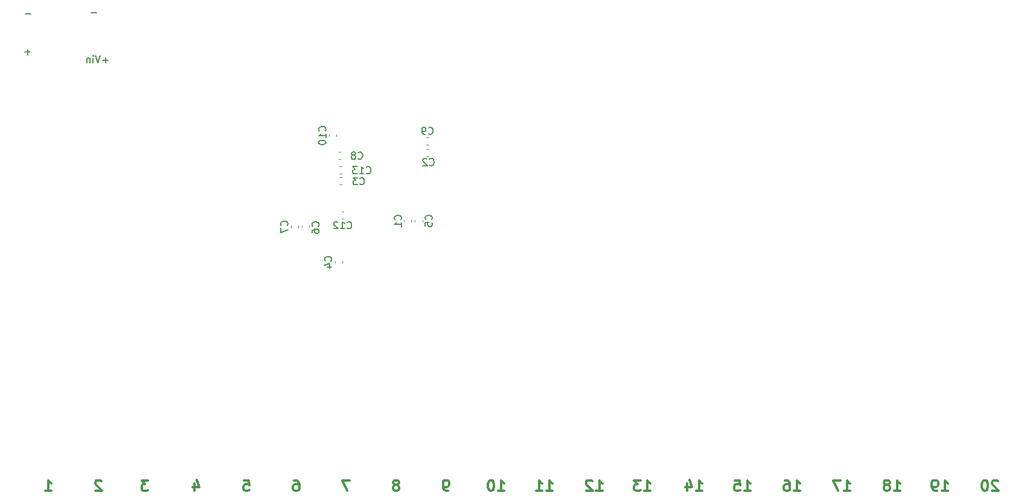
<source format=gbr>
%TF.GenerationSoftware,KiCad,Pcbnew,9.0.2*%
%TF.CreationDate,2025-07-14T16:58:00+03:00*%
%TF.ProjectId,vehicle_io_validator,76656869-636c-4655-9f69-6f5f76616c69,rev?*%
%TF.SameCoordinates,Original*%
%TF.FileFunction,Legend,Bot*%
%TF.FilePolarity,Positive*%
%FSLAX46Y46*%
G04 Gerber Fmt 4.6, Leading zero omitted, Abs format (unit mm)*
G04 Created by KiCad (PCBNEW 9.0.2) date 2025-07-14 16:58:00*
%MOMM*%
%LPD*%
G01*
G04 APERTURE LIST*
%ADD10C,0.300000*%
%ADD11C,0.150000*%
%ADD12C,0.120000*%
G04 APERTURE END LIST*
D10*
X173409774Y-112800828D02*
X174266917Y-112800828D01*
X173838346Y-112800828D02*
X173838346Y-111300828D01*
X173838346Y-111300828D02*
X173981203Y-111515114D01*
X173981203Y-111515114D02*
X174124060Y-111657971D01*
X174124060Y-111657971D02*
X174266917Y-111729400D01*
X172909775Y-111300828D02*
X171909775Y-111300828D01*
X171909775Y-111300828D02*
X172552632Y-112800828D01*
X96302632Y-111300828D02*
X96588346Y-111300828D01*
X96588346Y-111300828D02*
X96731203Y-111372257D01*
X96731203Y-111372257D02*
X96802632Y-111443685D01*
X96802632Y-111443685D02*
X96945489Y-111657971D01*
X96945489Y-111657971D02*
X97016917Y-111943685D01*
X97016917Y-111943685D02*
X97016917Y-112515114D01*
X97016917Y-112515114D02*
X96945489Y-112657971D01*
X96945489Y-112657971D02*
X96874060Y-112729400D01*
X96874060Y-112729400D02*
X96731203Y-112800828D01*
X96731203Y-112800828D02*
X96445489Y-112800828D01*
X96445489Y-112800828D02*
X96302632Y-112729400D01*
X96302632Y-112729400D02*
X96231203Y-112657971D01*
X96231203Y-112657971D02*
X96159774Y-112515114D01*
X96159774Y-112515114D02*
X96159774Y-112157971D01*
X96159774Y-112157971D02*
X96231203Y-112015114D01*
X96231203Y-112015114D02*
X96302632Y-111943685D01*
X96302632Y-111943685D02*
X96445489Y-111872257D01*
X96445489Y-111872257D02*
X96731203Y-111872257D01*
X96731203Y-111872257D02*
X96874060Y-111943685D01*
X96874060Y-111943685D02*
X96945489Y-112015114D01*
X96945489Y-112015114D02*
X97016917Y-112157971D01*
X195016917Y-111443685D02*
X194945489Y-111372257D01*
X194945489Y-111372257D02*
X194802632Y-111300828D01*
X194802632Y-111300828D02*
X194445489Y-111300828D01*
X194445489Y-111300828D02*
X194302632Y-111372257D01*
X194302632Y-111372257D02*
X194231203Y-111443685D01*
X194231203Y-111443685D02*
X194159774Y-111586542D01*
X194159774Y-111586542D02*
X194159774Y-111729400D01*
X194159774Y-111729400D02*
X194231203Y-111943685D01*
X194231203Y-111943685D02*
X195088346Y-112800828D01*
X195088346Y-112800828D02*
X194159774Y-112800828D01*
X193231203Y-111300828D02*
X193088346Y-111300828D01*
X193088346Y-111300828D02*
X192945489Y-111372257D01*
X192945489Y-111372257D02*
X192874061Y-111443685D01*
X192874061Y-111443685D02*
X192802632Y-111586542D01*
X192802632Y-111586542D02*
X192731203Y-111872257D01*
X192731203Y-111872257D02*
X192731203Y-112229400D01*
X192731203Y-112229400D02*
X192802632Y-112515114D01*
X192802632Y-112515114D02*
X192874061Y-112657971D01*
X192874061Y-112657971D02*
X192945489Y-112729400D01*
X192945489Y-112729400D02*
X193088346Y-112800828D01*
X193088346Y-112800828D02*
X193231203Y-112800828D01*
X193231203Y-112800828D02*
X193374061Y-112729400D01*
X193374061Y-112729400D02*
X193445489Y-112657971D01*
X193445489Y-112657971D02*
X193516918Y-112515114D01*
X193516918Y-112515114D02*
X193588346Y-112229400D01*
X193588346Y-112229400D02*
X193588346Y-111872257D01*
X193588346Y-111872257D02*
X193516918Y-111586542D01*
X193516918Y-111586542D02*
X193445489Y-111443685D01*
X193445489Y-111443685D02*
X193374061Y-111372257D01*
X193374061Y-111372257D02*
X193231203Y-111300828D01*
X138659774Y-112800828D02*
X139516917Y-112800828D01*
X139088346Y-112800828D02*
X139088346Y-111300828D01*
X139088346Y-111300828D02*
X139231203Y-111515114D01*
X139231203Y-111515114D02*
X139374060Y-111657971D01*
X139374060Y-111657971D02*
X139516917Y-111729400D01*
X138088346Y-111443685D02*
X138016918Y-111372257D01*
X138016918Y-111372257D02*
X137874061Y-111300828D01*
X137874061Y-111300828D02*
X137516918Y-111300828D01*
X137516918Y-111300828D02*
X137374061Y-111372257D01*
X137374061Y-111372257D02*
X137302632Y-111443685D01*
X137302632Y-111443685D02*
X137231203Y-111586542D01*
X137231203Y-111586542D02*
X137231203Y-111729400D01*
X137231203Y-111729400D02*
X137302632Y-111943685D01*
X137302632Y-111943685D02*
X138159775Y-112800828D01*
X138159775Y-112800828D02*
X137231203Y-112800828D01*
X159409774Y-112800828D02*
X160266917Y-112800828D01*
X159838346Y-112800828D02*
X159838346Y-111300828D01*
X159838346Y-111300828D02*
X159981203Y-111515114D01*
X159981203Y-111515114D02*
X160124060Y-111657971D01*
X160124060Y-111657971D02*
X160266917Y-111729400D01*
X158052632Y-111300828D02*
X158766918Y-111300828D01*
X158766918Y-111300828D02*
X158838346Y-112015114D01*
X158838346Y-112015114D02*
X158766918Y-111943685D01*
X158766918Y-111943685D02*
X158624061Y-111872257D01*
X158624061Y-111872257D02*
X158266918Y-111872257D01*
X158266918Y-111872257D02*
X158124061Y-111943685D01*
X158124061Y-111943685D02*
X158052632Y-112015114D01*
X158052632Y-112015114D02*
X157981203Y-112157971D01*
X157981203Y-112157971D02*
X157981203Y-112515114D01*
X157981203Y-112515114D02*
X158052632Y-112657971D01*
X158052632Y-112657971D02*
X158124061Y-112729400D01*
X158124061Y-112729400D02*
X158266918Y-112800828D01*
X158266918Y-112800828D02*
X158624061Y-112800828D01*
X158624061Y-112800828D02*
X158766918Y-112729400D01*
X158766918Y-112729400D02*
X158838346Y-112657971D01*
X75838346Y-111300828D02*
X74909774Y-111300828D01*
X74909774Y-111300828D02*
X75409774Y-111872257D01*
X75409774Y-111872257D02*
X75195489Y-111872257D01*
X75195489Y-111872257D02*
X75052632Y-111943685D01*
X75052632Y-111943685D02*
X74981203Y-112015114D01*
X74981203Y-112015114D02*
X74909774Y-112157971D01*
X74909774Y-112157971D02*
X74909774Y-112515114D01*
X74909774Y-112515114D02*
X74981203Y-112657971D01*
X74981203Y-112657971D02*
X75052632Y-112729400D01*
X75052632Y-112729400D02*
X75195489Y-112800828D01*
X75195489Y-112800828D02*
X75624060Y-112800828D01*
X75624060Y-112800828D02*
X75766917Y-112729400D01*
X75766917Y-112729400D02*
X75838346Y-112657971D01*
X152659774Y-112800828D02*
X153516917Y-112800828D01*
X153088346Y-112800828D02*
X153088346Y-111300828D01*
X153088346Y-111300828D02*
X153231203Y-111515114D01*
X153231203Y-111515114D02*
X153374060Y-111657971D01*
X153374060Y-111657971D02*
X153516917Y-111729400D01*
X151374061Y-111800828D02*
X151374061Y-112800828D01*
X151731203Y-111229400D02*
X152088346Y-112300828D01*
X152088346Y-112300828D02*
X151159775Y-112300828D01*
X61409774Y-112800828D02*
X62266917Y-112800828D01*
X61838346Y-112800828D02*
X61838346Y-111300828D01*
X61838346Y-111300828D02*
X61981203Y-111515114D01*
X61981203Y-111515114D02*
X62124060Y-111657971D01*
X62124060Y-111657971D02*
X62266917Y-111729400D01*
X180409774Y-112800828D02*
X181266917Y-112800828D01*
X180838346Y-112800828D02*
X180838346Y-111300828D01*
X180838346Y-111300828D02*
X180981203Y-111515114D01*
X180981203Y-111515114D02*
X181124060Y-111657971D01*
X181124060Y-111657971D02*
X181266917Y-111729400D01*
X179552632Y-111943685D02*
X179695489Y-111872257D01*
X179695489Y-111872257D02*
X179766918Y-111800828D01*
X179766918Y-111800828D02*
X179838346Y-111657971D01*
X179838346Y-111657971D02*
X179838346Y-111586542D01*
X179838346Y-111586542D02*
X179766918Y-111443685D01*
X179766918Y-111443685D02*
X179695489Y-111372257D01*
X179695489Y-111372257D02*
X179552632Y-111300828D01*
X179552632Y-111300828D02*
X179266918Y-111300828D01*
X179266918Y-111300828D02*
X179124061Y-111372257D01*
X179124061Y-111372257D02*
X179052632Y-111443685D01*
X179052632Y-111443685D02*
X178981203Y-111586542D01*
X178981203Y-111586542D02*
X178981203Y-111657971D01*
X178981203Y-111657971D02*
X179052632Y-111800828D01*
X179052632Y-111800828D02*
X179124061Y-111872257D01*
X179124061Y-111872257D02*
X179266918Y-111943685D01*
X179266918Y-111943685D02*
X179552632Y-111943685D01*
X179552632Y-111943685D02*
X179695489Y-112015114D01*
X179695489Y-112015114D02*
X179766918Y-112086542D01*
X179766918Y-112086542D02*
X179838346Y-112229400D01*
X179838346Y-112229400D02*
X179838346Y-112515114D01*
X179838346Y-112515114D02*
X179766918Y-112657971D01*
X179766918Y-112657971D02*
X179695489Y-112729400D01*
X179695489Y-112729400D02*
X179552632Y-112800828D01*
X179552632Y-112800828D02*
X179266918Y-112800828D01*
X179266918Y-112800828D02*
X179124061Y-112729400D01*
X179124061Y-112729400D02*
X179052632Y-112657971D01*
X179052632Y-112657971D02*
X178981203Y-112515114D01*
X178981203Y-112515114D02*
X178981203Y-112229400D01*
X178981203Y-112229400D02*
X179052632Y-112086542D01*
X179052632Y-112086542D02*
X179124061Y-112015114D01*
X179124061Y-112015114D02*
X179266918Y-111943685D01*
X117874060Y-112800828D02*
X117588346Y-112800828D01*
X117588346Y-112800828D02*
X117445489Y-112729400D01*
X117445489Y-112729400D02*
X117374060Y-112657971D01*
X117374060Y-112657971D02*
X117231203Y-112443685D01*
X117231203Y-112443685D02*
X117159774Y-112157971D01*
X117159774Y-112157971D02*
X117159774Y-111586542D01*
X117159774Y-111586542D02*
X117231203Y-111443685D01*
X117231203Y-111443685D02*
X117302632Y-111372257D01*
X117302632Y-111372257D02*
X117445489Y-111300828D01*
X117445489Y-111300828D02*
X117731203Y-111300828D01*
X117731203Y-111300828D02*
X117874060Y-111372257D01*
X117874060Y-111372257D02*
X117945489Y-111443685D01*
X117945489Y-111443685D02*
X118016917Y-111586542D01*
X118016917Y-111586542D02*
X118016917Y-111943685D01*
X118016917Y-111943685D02*
X117945489Y-112086542D01*
X117945489Y-112086542D02*
X117874060Y-112157971D01*
X117874060Y-112157971D02*
X117731203Y-112229400D01*
X117731203Y-112229400D02*
X117445489Y-112229400D01*
X117445489Y-112229400D02*
X117302632Y-112157971D01*
X117302632Y-112157971D02*
X117231203Y-112086542D01*
X117231203Y-112086542D02*
X117159774Y-111943685D01*
D11*
X68580951Y-45593866D02*
X67819047Y-45593866D01*
D10*
X82302632Y-111800828D02*
X82302632Y-112800828D01*
X82659774Y-111229400D02*
X83016917Y-112300828D01*
X83016917Y-112300828D02*
X82088346Y-112300828D01*
X89231203Y-111300828D02*
X89945489Y-111300828D01*
X89945489Y-111300828D02*
X90016917Y-112015114D01*
X90016917Y-112015114D02*
X89945489Y-111943685D01*
X89945489Y-111943685D02*
X89802632Y-111872257D01*
X89802632Y-111872257D02*
X89445489Y-111872257D01*
X89445489Y-111872257D02*
X89302632Y-111943685D01*
X89302632Y-111943685D02*
X89231203Y-112015114D01*
X89231203Y-112015114D02*
X89159774Y-112157971D01*
X89159774Y-112157971D02*
X89159774Y-112515114D01*
X89159774Y-112515114D02*
X89231203Y-112657971D01*
X89231203Y-112657971D02*
X89302632Y-112729400D01*
X89302632Y-112729400D02*
X89445489Y-112800828D01*
X89445489Y-112800828D02*
X89802632Y-112800828D01*
X89802632Y-112800828D02*
X89945489Y-112729400D01*
X89945489Y-112729400D02*
X90016917Y-112657971D01*
D11*
X59370951Y-45793866D02*
X58609047Y-45793866D01*
D10*
X131659774Y-112800828D02*
X132516917Y-112800828D01*
X132088346Y-112800828D02*
X132088346Y-111300828D01*
X132088346Y-111300828D02*
X132231203Y-111515114D01*
X132231203Y-111515114D02*
X132374060Y-111657971D01*
X132374060Y-111657971D02*
X132516917Y-111729400D01*
X130231203Y-112800828D02*
X131088346Y-112800828D01*
X130659775Y-112800828D02*
X130659775Y-111300828D01*
X130659775Y-111300828D02*
X130802632Y-111515114D01*
X130802632Y-111515114D02*
X130945489Y-111657971D01*
X130945489Y-111657971D02*
X131088346Y-111729400D01*
X110731203Y-111943685D02*
X110874060Y-111872257D01*
X110874060Y-111872257D02*
X110945489Y-111800828D01*
X110945489Y-111800828D02*
X111016917Y-111657971D01*
X111016917Y-111657971D02*
X111016917Y-111586542D01*
X111016917Y-111586542D02*
X110945489Y-111443685D01*
X110945489Y-111443685D02*
X110874060Y-111372257D01*
X110874060Y-111372257D02*
X110731203Y-111300828D01*
X110731203Y-111300828D02*
X110445489Y-111300828D01*
X110445489Y-111300828D02*
X110302632Y-111372257D01*
X110302632Y-111372257D02*
X110231203Y-111443685D01*
X110231203Y-111443685D02*
X110159774Y-111586542D01*
X110159774Y-111586542D02*
X110159774Y-111657971D01*
X110159774Y-111657971D02*
X110231203Y-111800828D01*
X110231203Y-111800828D02*
X110302632Y-111872257D01*
X110302632Y-111872257D02*
X110445489Y-111943685D01*
X110445489Y-111943685D02*
X110731203Y-111943685D01*
X110731203Y-111943685D02*
X110874060Y-112015114D01*
X110874060Y-112015114D02*
X110945489Y-112086542D01*
X110945489Y-112086542D02*
X111016917Y-112229400D01*
X111016917Y-112229400D02*
X111016917Y-112515114D01*
X111016917Y-112515114D02*
X110945489Y-112657971D01*
X110945489Y-112657971D02*
X110874060Y-112729400D01*
X110874060Y-112729400D02*
X110731203Y-112800828D01*
X110731203Y-112800828D02*
X110445489Y-112800828D01*
X110445489Y-112800828D02*
X110302632Y-112729400D01*
X110302632Y-112729400D02*
X110231203Y-112657971D01*
X110231203Y-112657971D02*
X110159774Y-112515114D01*
X110159774Y-112515114D02*
X110159774Y-112229400D01*
X110159774Y-112229400D02*
X110231203Y-112086542D01*
X110231203Y-112086542D02*
X110302632Y-112015114D01*
X110302632Y-112015114D02*
X110445489Y-111943685D01*
X145409774Y-112800828D02*
X146266917Y-112800828D01*
X145838346Y-112800828D02*
X145838346Y-111300828D01*
X145838346Y-111300828D02*
X145981203Y-111515114D01*
X145981203Y-111515114D02*
X146124060Y-111657971D01*
X146124060Y-111657971D02*
X146266917Y-111729400D01*
X144909775Y-111300828D02*
X143981203Y-111300828D01*
X143981203Y-111300828D02*
X144481203Y-111872257D01*
X144481203Y-111872257D02*
X144266918Y-111872257D01*
X144266918Y-111872257D02*
X144124061Y-111943685D01*
X144124061Y-111943685D02*
X144052632Y-112015114D01*
X144052632Y-112015114D02*
X143981203Y-112157971D01*
X143981203Y-112157971D02*
X143981203Y-112515114D01*
X143981203Y-112515114D02*
X144052632Y-112657971D01*
X144052632Y-112657971D02*
X144124061Y-112729400D01*
X144124061Y-112729400D02*
X144266918Y-112800828D01*
X144266918Y-112800828D02*
X144695489Y-112800828D01*
X144695489Y-112800828D02*
X144838346Y-112729400D01*
X144838346Y-112729400D02*
X144909775Y-112657971D01*
D11*
X59310951Y-51153866D02*
X58549047Y-51153866D01*
X58929999Y-51534819D02*
X58929999Y-50772914D01*
D10*
X104088346Y-111300828D02*
X103088346Y-111300828D01*
X103088346Y-111300828D02*
X103731203Y-112800828D01*
X166409774Y-112800828D02*
X167266917Y-112800828D01*
X166838346Y-112800828D02*
X166838346Y-111300828D01*
X166838346Y-111300828D02*
X166981203Y-111515114D01*
X166981203Y-111515114D02*
X167124060Y-111657971D01*
X167124060Y-111657971D02*
X167266917Y-111729400D01*
X165124061Y-111300828D02*
X165409775Y-111300828D01*
X165409775Y-111300828D02*
X165552632Y-111372257D01*
X165552632Y-111372257D02*
X165624061Y-111443685D01*
X165624061Y-111443685D02*
X165766918Y-111657971D01*
X165766918Y-111657971D02*
X165838346Y-111943685D01*
X165838346Y-111943685D02*
X165838346Y-112515114D01*
X165838346Y-112515114D02*
X165766918Y-112657971D01*
X165766918Y-112657971D02*
X165695489Y-112729400D01*
X165695489Y-112729400D02*
X165552632Y-112800828D01*
X165552632Y-112800828D02*
X165266918Y-112800828D01*
X165266918Y-112800828D02*
X165124061Y-112729400D01*
X165124061Y-112729400D02*
X165052632Y-112657971D01*
X165052632Y-112657971D02*
X164981203Y-112515114D01*
X164981203Y-112515114D02*
X164981203Y-112157971D01*
X164981203Y-112157971D02*
X165052632Y-112015114D01*
X165052632Y-112015114D02*
X165124061Y-111943685D01*
X165124061Y-111943685D02*
X165266918Y-111872257D01*
X165266918Y-111872257D02*
X165552632Y-111872257D01*
X165552632Y-111872257D02*
X165695489Y-111943685D01*
X165695489Y-111943685D02*
X165766918Y-112015114D01*
X165766918Y-112015114D02*
X165838346Y-112157971D01*
X124909774Y-112800828D02*
X125766917Y-112800828D01*
X125338346Y-112800828D02*
X125338346Y-111300828D01*
X125338346Y-111300828D02*
X125481203Y-111515114D01*
X125481203Y-111515114D02*
X125624060Y-111657971D01*
X125624060Y-111657971D02*
X125766917Y-111729400D01*
X123981203Y-111300828D02*
X123838346Y-111300828D01*
X123838346Y-111300828D02*
X123695489Y-111372257D01*
X123695489Y-111372257D02*
X123624061Y-111443685D01*
X123624061Y-111443685D02*
X123552632Y-111586542D01*
X123552632Y-111586542D02*
X123481203Y-111872257D01*
X123481203Y-111872257D02*
X123481203Y-112229400D01*
X123481203Y-112229400D02*
X123552632Y-112515114D01*
X123552632Y-112515114D02*
X123624061Y-112657971D01*
X123624061Y-112657971D02*
X123695489Y-112729400D01*
X123695489Y-112729400D02*
X123838346Y-112800828D01*
X123838346Y-112800828D02*
X123981203Y-112800828D01*
X123981203Y-112800828D02*
X124124061Y-112729400D01*
X124124061Y-112729400D02*
X124195489Y-112657971D01*
X124195489Y-112657971D02*
X124266918Y-112515114D01*
X124266918Y-112515114D02*
X124338346Y-112229400D01*
X124338346Y-112229400D02*
X124338346Y-111872257D01*
X124338346Y-111872257D02*
X124266918Y-111586542D01*
X124266918Y-111586542D02*
X124195489Y-111443685D01*
X124195489Y-111443685D02*
X124124061Y-111372257D01*
X124124061Y-111372257D02*
X123981203Y-111300828D01*
X69266917Y-111443685D02*
X69195489Y-111372257D01*
X69195489Y-111372257D02*
X69052632Y-111300828D01*
X69052632Y-111300828D02*
X68695489Y-111300828D01*
X68695489Y-111300828D02*
X68552632Y-111372257D01*
X68552632Y-111372257D02*
X68481203Y-111443685D01*
X68481203Y-111443685D02*
X68409774Y-111586542D01*
X68409774Y-111586542D02*
X68409774Y-111729400D01*
X68409774Y-111729400D02*
X68481203Y-111943685D01*
X68481203Y-111943685D02*
X69338346Y-112800828D01*
X69338346Y-112800828D02*
X68409774Y-112800828D01*
D11*
X70229999Y-52283866D02*
X69468095Y-52283866D01*
X69849047Y-52664819D02*
X69849047Y-51902914D01*
X69134761Y-51664819D02*
X68801428Y-52664819D01*
X68801428Y-52664819D02*
X68468095Y-51664819D01*
X68134761Y-52664819D02*
X68134761Y-51998152D01*
X68134761Y-51664819D02*
X68182380Y-51712438D01*
X68182380Y-51712438D02*
X68134761Y-51760057D01*
X68134761Y-51760057D02*
X68087142Y-51712438D01*
X68087142Y-51712438D02*
X68134761Y-51664819D01*
X68134761Y-51664819D02*
X68134761Y-51760057D01*
X67658571Y-51998152D02*
X67658571Y-52664819D01*
X67658571Y-52093390D02*
X67610952Y-52045771D01*
X67610952Y-52045771D02*
X67515714Y-51998152D01*
X67515714Y-51998152D02*
X67372857Y-51998152D01*
X67372857Y-51998152D02*
X67277619Y-52045771D01*
X67277619Y-52045771D02*
X67230000Y-52141009D01*
X67230000Y-52141009D02*
X67230000Y-52664819D01*
D10*
X187159774Y-112800828D02*
X188016917Y-112800828D01*
X187588346Y-112800828D02*
X187588346Y-111300828D01*
X187588346Y-111300828D02*
X187731203Y-111515114D01*
X187731203Y-111515114D02*
X187874060Y-111657971D01*
X187874060Y-111657971D02*
X188016917Y-111729400D01*
X186445489Y-112800828D02*
X186159775Y-112800828D01*
X186159775Y-112800828D02*
X186016918Y-112729400D01*
X186016918Y-112729400D02*
X185945489Y-112657971D01*
X185945489Y-112657971D02*
X185802632Y-112443685D01*
X185802632Y-112443685D02*
X185731203Y-112157971D01*
X185731203Y-112157971D02*
X185731203Y-111586542D01*
X185731203Y-111586542D02*
X185802632Y-111443685D01*
X185802632Y-111443685D02*
X185874061Y-111372257D01*
X185874061Y-111372257D02*
X186016918Y-111300828D01*
X186016918Y-111300828D02*
X186302632Y-111300828D01*
X186302632Y-111300828D02*
X186445489Y-111372257D01*
X186445489Y-111372257D02*
X186516918Y-111443685D01*
X186516918Y-111443685D02*
X186588346Y-111586542D01*
X186588346Y-111586542D02*
X186588346Y-111943685D01*
X186588346Y-111943685D02*
X186516918Y-112086542D01*
X186516918Y-112086542D02*
X186445489Y-112157971D01*
X186445489Y-112157971D02*
X186302632Y-112229400D01*
X186302632Y-112229400D02*
X186016918Y-112229400D01*
X186016918Y-112229400D02*
X185874061Y-112157971D01*
X185874061Y-112157971D02*
X185802632Y-112086542D01*
X185802632Y-112086542D02*
X185731203Y-111943685D01*
D11*
X99689580Y-75648913D02*
X99737200Y-75601294D01*
X99737200Y-75601294D02*
X99784819Y-75458437D01*
X99784819Y-75458437D02*
X99784819Y-75363199D01*
X99784819Y-75363199D02*
X99737200Y-75220342D01*
X99737200Y-75220342D02*
X99641961Y-75125104D01*
X99641961Y-75125104D02*
X99546723Y-75077485D01*
X99546723Y-75077485D02*
X99356247Y-75029866D01*
X99356247Y-75029866D02*
X99213390Y-75029866D01*
X99213390Y-75029866D02*
X99022914Y-75077485D01*
X99022914Y-75077485D02*
X98927676Y-75125104D01*
X98927676Y-75125104D02*
X98832438Y-75220342D01*
X98832438Y-75220342D02*
X98784819Y-75363199D01*
X98784819Y-75363199D02*
X98784819Y-75458437D01*
X98784819Y-75458437D02*
X98832438Y-75601294D01*
X98832438Y-75601294D02*
X98880057Y-75648913D01*
X98784819Y-76506056D02*
X98784819Y-76315580D01*
X98784819Y-76315580D02*
X98832438Y-76220342D01*
X98832438Y-76220342D02*
X98880057Y-76172723D01*
X98880057Y-76172723D02*
X99022914Y-76077485D01*
X99022914Y-76077485D02*
X99213390Y-76029866D01*
X99213390Y-76029866D02*
X99594342Y-76029866D01*
X99594342Y-76029866D02*
X99689580Y-76077485D01*
X99689580Y-76077485D02*
X99737200Y-76125104D01*
X99737200Y-76125104D02*
X99784819Y-76220342D01*
X99784819Y-76220342D02*
X99784819Y-76410818D01*
X99784819Y-76410818D02*
X99737200Y-76506056D01*
X99737200Y-76506056D02*
X99689580Y-76553675D01*
X99689580Y-76553675D02*
X99594342Y-76601294D01*
X99594342Y-76601294D02*
X99356247Y-76601294D01*
X99356247Y-76601294D02*
X99261009Y-76553675D01*
X99261009Y-76553675D02*
X99213390Y-76506056D01*
X99213390Y-76506056D02*
X99165771Y-76410818D01*
X99165771Y-76410818D02*
X99165771Y-76220342D01*
X99165771Y-76220342D02*
X99213390Y-76125104D01*
X99213390Y-76125104D02*
X99261009Y-76077485D01*
X99261009Y-76077485D02*
X99356247Y-76029866D01*
X115292246Y-67019580D02*
X115339865Y-67067200D01*
X115339865Y-67067200D02*
X115482722Y-67114819D01*
X115482722Y-67114819D02*
X115577960Y-67114819D01*
X115577960Y-67114819D02*
X115720817Y-67067200D01*
X115720817Y-67067200D02*
X115816055Y-66971961D01*
X115816055Y-66971961D02*
X115863674Y-66876723D01*
X115863674Y-66876723D02*
X115911293Y-66686247D01*
X115911293Y-66686247D02*
X115911293Y-66543390D01*
X115911293Y-66543390D02*
X115863674Y-66352914D01*
X115863674Y-66352914D02*
X115816055Y-66257676D01*
X115816055Y-66257676D02*
X115720817Y-66162438D01*
X115720817Y-66162438D02*
X115577960Y-66114819D01*
X115577960Y-66114819D02*
X115482722Y-66114819D01*
X115482722Y-66114819D02*
X115339865Y-66162438D01*
X115339865Y-66162438D02*
X115292246Y-66210057D01*
X114911293Y-66210057D02*
X114863674Y-66162438D01*
X114863674Y-66162438D02*
X114768436Y-66114819D01*
X114768436Y-66114819D02*
X114530341Y-66114819D01*
X114530341Y-66114819D02*
X114435103Y-66162438D01*
X114435103Y-66162438D02*
X114387484Y-66210057D01*
X114387484Y-66210057D02*
X114339865Y-66305295D01*
X114339865Y-66305295D02*
X114339865Y-66400533D01*
X114339865Y-66400533D02*
X114387484Y-66543390D01*
X114387484Y-66543390D02*
X114958912Y-67114819D01*
X114958912Y-67114819D02*
X114339865Y-67114819D01*
X95319580Y-75518333D02*
X95367200Y-75470714D01*
X95367200Y-75470714D02*
X95414819Y-75327857D01*
X95414819Y-75327857D02*
X95414819Y-75232619D01*
X95414819Y-75232619D02*
X95367200Y-75089762D01*
X95367200Y-75089762D02*
X95271961Y-74994524D01*
X95271961Y-74994524D02*
X95176723Y-74946905D01*
X95176723Y-74946905D02*
X94986247Y-74899286D01*
X94986247Y-74899286D02*
X94843390Y-74899286D01*
X94843390Y-74899286D02*
X94652914Y-74946905D01*
X94652914Y-74946905D02*
X94557676Y-74994524D01*
X94557676Y-74994524D02*
X94462438Y-75089762D01*
X94462438Y-75089762D02*
X94414819Y-75232619D01*
X94414819Y-75232619D02*
X94414819Y-75327857D01*
X94414819Y-75327857D02*
X94462438Y-75470714D01*
X94462438Y-75470714D02*
X94510057Y-75518333D01*
X94414819Y-75851667D02*
X94414819Y-76518333D01*
X94414819Y-76518333D02*
X95414819Y-76089762D01*
X115559580Y-74703333D02*
X115607200Y-74655714D01*
X115607200Y-74655714D02*
X115654819Y-74512857D01*
X115654819Y-74512857D02*
X115654819Y-74417619D01*
X115654819Y-74417619D02*
X115607200Y-74274762D01*
X115607200Y-74274762D02*
X115511961Y-74179524D01*
X115511961Y-74179524D02*
X115416723Y-74131905D01*
X115416723Y-74131905D02*
X115226247Y-74084286D01*
X115226247Y-74084286D02*
X115083390Y-74084286D01*
X115083390Y-74084286D02*
X114892914Y-74131905D01*
X114892914Y-74131905D02*
X114797676Y-74179524D01*
X114797676Y-74179524D02*
X114702438Y-74274762D01*
X114702438Y-74274762D02*
X114654819Y-74417619D01*
X114654819Y-74417619D02*
X114654819Y-74512857D01*
X114654819Y-74512857D02*
X114702438Y-74655714D01*
X114702438Y-74655714D02*
X114750057Y-74703333D01*
X114654819Y-75608095D02*
X114654819Y-75131905D01*
X114654819Y-75131905D02*
X115131009Y-75084286D01*
X115131009Y-75084286D02*
X115083390Y-75131905D01*
X115083390Y-75131905D02*
X115035771Y-75227143D01*
X115035771Y-75227143D02*
X115035771Y-75465238D01*
X115035771Y-75465238D02*
X115083390Y-75560476D01*
X115083390Y-75560476D02*
X115131009Y-75608095D01*
X115131009Y-75608095D02*
X115226247Y-75655714D01*
X115226247Y-75655714D02*
X115464342Y-75655714D01*
X115464342Y-75655714D02*
X115559580Y-75608095D01*
X115559580Y-75608095D02*
X115607200Y-75560476D01*
X115607200Y-75560476D02*
X115654819Y-75465238D01*
X115654819Y-75465238D02*
X115654819Y-75227143D01*
X115654819Y-75227143D02*
X115607200Y-75131905D01*
X115607200Y-75131905D02*
X115559580Y-75084286D01*
X100649580Y-62237142D02*
X100697200Y-62189523D01*
X100697200Y-62189523D02*
X100744819Y-62046666D01*
X100744819Y-62046666D02*
X100744819Y-61951428D01*
X100744819Y-61951428D02*
X100697200Y-61808571D01*
X100697200Y-61808571D02*
X100601961Y-61713333D01*
X100601961Y-61713333D02*
X100506723Y-61665714D01*
X100506723Y-61665714D02*
X100316247Y-61618095D01*
X100316247Y-61618095D02*
X100173390Y-61618095D01*
X100173390Y-61618095D02*
X99982914Y-61665714D01*
X99982914Y-61665714D02*
X99887676Y-61713333D01*
X99887676Y-61713333D02*
X99792438Y-61808571D01*
X99792438Y-61808571D02*
X99744819Y-61951428D01*
X99744819Y-61951428D02*
X99744819Y-62046666D01*
X99744819Y-62046666D02*
X99792438Y-62189523D01*
X99792438Y-62189523D02*
X99840057Y-62237142D01*
X100744819Y-63189523D02*
X100744819Y-62618095D01*
X100744819Y-62903809D02*
X99744819Y-62903809D01*
X99744819Y-62903809D02*
X99887676Y-62808571D01*
X99887676Y-62808571D02*
X99982914Y-62713333D01*
X99982914Y-62713333D02*
X100030533Y-62618095D01*
X99744819Y-63808571D02*
X99744819Y-63903809D01*
X99744819Y-63903809D02*
X99792438Y-63999047D01*
X99792438Y-63999047D02*
X99840057Y-64046666D01*
X99840057Y-64046666D02*
X99935295Y-64094285D01*
X99935295Y-64094285D02*
X100125771Y-64141904D01*
X100125771Y-64141904D02*
X100363866Y-64141904D01*
X100363866Y-64141904D02*
X100554342Y-64094285D01*
X100554342Y-64094285D02*
X100649580Y-64046666D01*
X100649580Y-64046666D02*
X100697200Y-63999047D01*
X100697200Y-63999047D02*
X100744819Y-63903809D01*
X100744819Y-63903809D02*
X100744819Y-63808571D01*
X100744819Y-63808571D02*
X100697200Y-63713333D01*
X100697200Y-63713333D02*
X100649580Y-63665714D01*
X100649580Y-63665714D02*
X100554342Y-63618095D01*
X100554342Y-63618095D02*
X100363866Y-63570476D01*
X100363866Y-63570476D02*
X100125771Y-63570476D01*
X100125771Y-63570476D02*
X99935295Y-63618095D01*
X99935295Y-63618095D02*
X99840057Y-63665714D01*
X99840057Y-63665714D02*
X99792438Y-63713333D01*
X99792438Y-63713333D02*
X99744819Y-63808571D01*
X106432857Y-68169580D02*
X106480476Y-68217200D01*
X106480476Y-68217200D02*
X106623333Y-68264819D01*
X106623333Y-68264819D02*
X106718571Y-68264819D01*
X106718571Y-68264819D02*
X106861428Y-68217200D01*
X106861428Y-68217200D02*
X106956666Y-68121961D01*
X106956666Y-68121961D02*
X107004285Y-68026723D01*
X107004285Y-68026723D02*
X107051904Y-67836247D01*
X107051904Y-67836247D02*
X107051904Y-67693390D01*
X107051904Y-67693390D02*
X107004285Y-67502914D01*
X107004285Y-67502914D02*
X106956666Y-67407676D01*
X106956666Y-67407676D02*
X106861428Y-67312438D01*
X106861428Y-67312438D02*
X106718571Y-67264819D01*
X106718571Y-67264819D02*
X106623333Y-67264819D01*
X106623333Y-67264819D02*
X106480476Y-67312438D01*
X106480476Y-67312438D02*
X106432857Y-67360057D01*
X105480476Y-68264819D02*
X106051904Y-68264819D01*
X105766190Y-68264819D02*
X105766190Y-67264819D01*
X105766190Y-67264819D02*
X105861428Y-67407676D01*
X105861428Y-67407676D02*
X105956666Y-67502914D01*
X105956666Y-67502914D02*
X106051904Y-67550533D01*
X105147142Y-67264819D02*
X104528095Y-67264819D01*
X104528095Y-67264819D02*
X104861428Y-67645771D01*
X104861428Y-67645771D02*
X104718571Y-67645771D01*
X104718571Y-67645771D02*
X104623333Y-67693390D01*
X104623333Y-67693390D02*
X104575714Y-67741009D01*
X104575714Y-67741009D02*
X104528095Y-67836247D01*
X104528095Y-67836247D02*
X104528095Y-68074342D01*
X104528095Y-68074342D02*
X104575714Y-68169580D01*
X104575714Y-68169580D02*
X104623333Y-68217200D01*
X104623333Y-68217200D02*
X104718571Y-68264819D01*
X104718571Y-68264819D02*
X105004285Y-68264819D01*
X105004285Y-68264819D02*
X105099523Y-68217200D01*
X105099523Y-68217200D02*
X105147142Y-68169580D01*
X103752857Y-75889580D02*
X103800476Y-75937200D01*
X103800476Y-75937200D02*
X103943333Y-75984819D01*
X103943333Y-75984819D02*
X104038571Y-75984819D01*
X104038571Y-75984819D02*
X104181428Y-75937200D01*
X104181428Y-75937200D02*
X104276666Y-75841961D01*
X104276666Y-75841961D02*
X104324285Y-75746723D01*
X104324285Y-75746723D02*
X104371904Y-75556247D01*
X104371904Y-75556247D02*
X104371904Y-75413390D01*
X104371904Y-75413390D02*
X104324285Y-75222914D01*
X104324285Y-75222914D02*
X104276666Y-75127676D01*
X104276666Y-75127676D02*
X104181428Y-75032438D01*
X104181428Y-75032438D02*
X104038571Y-74984819D01*
X104038571Y-74984819D02*
X103943333Y-74984819D01*
X103943333Y-74984819D02*
X103800476Y-75032438D01*
X103800476Y-75032438D02*
X103752857Y-75080057D01*
X102800476Y-75984819D02*
X103371904Y-75984819D01*
X103086190Y-75984819D02*
X103086190Y-74984819D01*
X103086190Y-74984819D02*
X103181428Y-75127676D01*
X103181428Y-75127676D02*
X103276666Y-75222914D01*
X103276666Y-75222914D02*
X103371904Y-75270533D01*
X102419523Y-75080057D02*
X102371904Y-75032438D01*
X102371904Y-75032438D02*
X102276666Y-74984819D01*
X102276666Y-74984819D02*
X102038571Y-74984819D01*
X102038571Y-74984819D02*
X101943333Y-75032438D01*
X101943333Y-75032438D02*
X101895714Y-75080057D01*
X101895714Y-75080057D02*
X101848095Y-75175295D01*
X101848095Y-75175295D02*
X101848095Y-75270533D01*
X101848095Y-75270533D02*
X101895714Y-75413390D01*
X101895714Y-75413390D02*
X102467142Y-75984819D01*
X102467142Y-75984819D02*
X101848095Y-75984819D01*
X105526666Y-69699580D02*
X105574285Y-69747200D01*
X105574285Y-69747200D02*
X105717142Y-69794819D01*
X105717142Y-69794819D02*
X105812380Y-69794819D01*
X105812380Y-69794819D02*
X105955237Y-69747200D01*
X105955237Y-69747200D02*
X106050475Y-69651961D01*
X106050475Y-69651961D02*
X106098094Y-69556723D01*
X106098094Y-69556723D02*
X106145713Y-69366247D01*
X106145713Y-69366247D02*
X106145713Y-69223390D01*
X106145713Y-69223390D02*
X106098094Y-69032914D01*
X106098094Y-69032914D02*
X106050475Y-68937676D01*
X106050475Y-68937676D02*
X105955237Y-68842438D01*
X105955237Y-68842438D02*
X105812380Y-68794819D01*
X105812380Y-68794819D02*
X105717142Y-68794819D01*
X105717142Y-68794819D02*
X105574285Y-68842438D01*
X105574285Y-68842438D02*
X105526666Y-68890057D01*
X105193332Y-68794819D02*
X104574285Y-68794819D01*
X104574285Y-68794819D02*
X104907618Y-69175771D01*
X104907618Y-69175771D02*
X104764761Y-69175771D01*
X104764761Y-69175771D02*
X104669523Y-69223390D01*
X104669523Y-69223390D02*
X104621904Y-69271009D01*
X104621904Y-69271009D02*
X104574285Y-69366247D01*
X104574285Y-69366247D02*
X104574285Y-69604342D01*
X104574285Y-69604342D02*
X104621904Y-69699580D01*
X104621904Y-69699580D02*
X104669523Y-69747200D01*
X104669523Y-69747200D02*
X104764761Y-69794819D01*
X104764761Y-69794819D02*
X105050475Y-69794819D01*
X105050475Y-69794819D02*
X105145713Y-69747200D01*
X105145713Y-69747200D02*
X105193332Y-69699580D01*
X105286666Y-66119580D02*
X105334285Y-66167200D01*
X105334285Y-66167200D02*
X105477142Y-66214819D01*
X105477142Y-66214819D02*
X105572380Y-66214819D01*
X105572380Y-66214819D02*
X105715237Y-66167200D01*
X105715237Y-66167200D02*
X105810475Y-66071961D01*
X105810475Y-66071961D02*
X105858094Y-65976723D01*
X105858094Y-65976723D02*
X105905713Y-65786247D01*
X105905713Y-65786247D02*
X105905713Y-65643390D01*
X105905713Y-65643390D02*
X105858094Y-65452914D01*
X105858094Y-65452914D02*
X105810475Y-65357676D01*
X105810475Y-65357676D02*
X105715237Y-65262438D01*
X105715237Y-65262438D02*
X105572380Y-65214819D01*
X105572380Y-65214819D02*
X105477142Y-65214819D01*
X105477142Y-65214819D02*
X105334285Y-65262438D01*
X105334285Y-65262438D02*
X105286666Y-65310057D01*
X104715237Y-65643390D02*
X104810475Y-65595771D01*
X104810475Y-65595771D02*
X104858094Y-65548152D01*
X104858094Y-65548152D02*
X104905713Y-65452914D01*
X104905713Y-65452914D02*
X104905713Y-65405295D01*
X104905713Y-65405295D02*
X104858094Y-65310057D01*
X104858094Y-65310057D02*
X104810475Y-65262438D01*
X104810475Y-65262438D02*
X104715237Y-65214819D01*
X104715237Y-65214819D02*
X104524761Y-65214819D01*
X104524761Y-65214819D02*
X104429523Y-65262438D01*
X104429523Y-65262438D02*
X104381904Y-65310057D01*
X104381904Y-65310057D02*
X104334285Y-65405295D01*
X104334285Y-65405295D02*
X104334285Y-65452914D01*
X104334285Y-65452914D02*
X104381904Y-65548152D01*
X104381904Y-65548152D02*
X104429523Y-65595771D01*
X104429523Y-65595771D02*
X104524761Y-65643390D01*
X104524761Y-65643390D02*
X104715237Y-65643390D01*
X104715237Y-65643390D02*
X104810475Y-65691009D01*
X104810475Y-65691009D02*
X104858094Y-65738628D01*
X104858094Y-65738628D02*
X104905713Y-65833866D01*
X104905713Y-65833866D02*
X104905713Y-66024342D01*
X104905713Y-66024342D02*
X104858094Y-66119580D01*
X104858094Y-66119580D02*
X104810475Y-66167200D01*
X104810475Y-66167200D02*
X104715237Y-66214819D01*
X104715237Y-66214819D02*
X104524761Y-66214819D01*
X104524761Y-66214819D02*
X104429523Y-66167200D01*
X104429523Y-66167200D02*
X104381904Y-66119580D01*
X104381904Y-66119580D02*
X104334285Y-66024342D01*
X104334285Y-66024342D02*
X104334285Y-65833866D01*
X104334285Y-65833866D02*
X104381904Y-65738628D01*
X104381904Y-65738628D02*
X104429523Y-65691009D01*
X104429523Y-65691009D02*
X104524761Y-65643390D01*
X115151666Y-62624580D02*
X115199285Y-62672200D01*
X115199285Y-62672200D02*
X115342142Y-62719819D01*
X115342142Y-62719819D02*
X115437380Y-62719819D01*
X115437380Y-62719819D02*
X115580237Y-62672200D01*
X115580237Y-62672200D02*
X115675475Y-62576961D01*
X115675475Y-62576961D02*
X115723094Y-62481723D01*
X115723094Y-62481723D02*
X115770713Y-62291247D01*
X115770713Y-62291247D02*
X115770713Y-62148390D01*
X115770713Y-62148390D02*
X115723094Y-61957914D01*
X115723094Y-61957914D02*
X115675475Y-61862676D01*
X115675475Y-61862676D02*
X115580237Y-61767438D01*
X115580237Y-61767438D02*
X115437380Y-61719819D01*
X115437380Y-61719819D02*
X115342142Y-61719819D01*
X115342142Y-61719819D02*
X115199285Y-61767438D01*
X115199285Y-61767438D02*
X115151666Y-61815057D01*
X114675475Y-62719819D02*
X114484999Y-62719819D01*
X114484999Y-62719819D02*
X114389761Y-62672200D01*
X114389761Y-62672200D02*
X114342142Y-62624580D01*
X114342142Y-62624580D02*
X114246904Y-62481723D01*
X114246904Y-62481723D02*
X114199285Y-62291247D01*
X114199285Y-62291247D02*
X114199285Y-61910295D01*
X114199285Y-61910295D02*
X114246904Y-61815057D01*
X114246904Y-61815057D02*
X114294523Y-61767438D01*
X114294523Y-61767438D02*
X114389761Y-61719819D01*
X114389761Y-61719819D02*
X114580237Y-61719819D01*
X114580237Y-61719819D02*
X114675475Y-61767438D01*
X114675475Y-61767438D02*
X114723094Y-61815057D01*
X114723094Y-61815057D02*
X114770713Y-61910295D01*
X114770713Y-61910295D02*
X114770713Y-62148390D01*
X114770713Y-62148390D02*
X114723094Y-62243628D01*
X114723094Y-62243628D02*
X114675475Y-62291247D01*
X114675475Y-62291247D02*
X114580237Y-62338866D01*
X114580237Y-62338866D02*
X114389761Y-62338866D01*
X114389761Y-62338866D02*
X114294523Y-62291247D01*
X114294523Y-62291247D02*
X114246904Y-62243628D01*
X114246904Y-62243628D02*
X114199285Y-62148390D01*
X101479580Y-80503333D02*
X101527200Y-80455714D01*
X101527200Y-80455714D02*
X101574819Y-80312857D01*
X101574819Y-80312857D02*
X101574819Y-80217619D01*
X101574819Y-80217619D02*
X101527200Y-80074762D01*
X101527200Y-80074762D02*
X101431961Y-79979524D01*
X101431961Y-79979524D02*
X101336723Y-79931905D01*
X101336723Y-79931905D02*
X101146247Y-79884286D01*
X101146247Y-79884286D02*
X101003390Y-79884286D01*
X101003390Y-79884286D02*
X100812914Y-79931905D01*
X100812914Y-79931905D02*
X100717676Y-79979524D01*
X100717676Y-79979524D02*
X100622438Y-80074762D01*
X100622438Y-80074762D02*
X100574819Y-80217619D01*
X100574819Y-80217619D02*
X100574819Y-80312857D01*
X100574819Y-80312857D02*
X100622438Y-80455714D01*
X100622438Y-80455714D02*
X100670057Y-80503333D01*
X100908152Y-81360476D02*
X101574819Y-81360476D01*
X100527200Y-81122381D02*
X101241485Y-80884286D01*
X101241485Y-80884286D02*
X101241485Y-81503333D01*
X111249580Y-74703333D02*
X111297200Y-74655714D01*
X111297200Y-74655714D02*
X111344819Y-74512857D01*
X111344819Y-74512857D02*
X111344819Y-74417619D01*
X111344819Y-74417619D02*
X111297200Y-74274762D01*
X111297200Y-74274762D02*
X111201961Y-74179524D01*
X111201961Y-74179524D02*
X111106723Y-74131905D01*
X111106723Y-74131905D02*
X110916247Y-74084286D01*
X110916247Y-74084286D02*
X110773390Y-74084286D01*
X110773390Y-74084286D02*
X110582914Y-74131905D01*
X110582914Y-74131905D02*
X110487676Y-74179524D01*
X110487676Y-74179524D02*
X110392438Y-74274762D01*
X110392438Y-74274762D02*
X110344819Y-74417619D01*
X110344819Y-74417619D02*
X110344819Y-74512857D01*
X110344819Y-74512857D02*
X110392438Y-74655714D01*
X110392438Y-74655714D02*
X110440057Y-74703333D01*
X111344819Y-75655714D02*
X111344819Y-75084286D01*
X111344819Y-75370000D02*
X110344819Y-75370000D01*
X110344819Y-75370000D02*
X110487676Y-75274762D01*
X110487676Y-75274762D02*
X110582914Y-75179524D01*
X110582914Y-75179524D02*
X110630533Y-75084286D01*
D12*
%TO.C,C6*%
X97420000Y-75534420D02*
X97420000Y-75815580D01*
X98440000Y-75534420D02*
X98440000Y-75815580D01*
%TO.C,C2*%
X115125580Y-64760000D02*
X114844420Y-64760000D01*
X115125580Y-65780000D02*
X114844420Y-65780000D01*
%TO.C,C7*%
X95880000Y-75544420D02*
X95880000Y-75825580D01*
X96900000Y-75544420D02*
X96900000Y-75825580D01*
%TO.C,C5*%
X113260000Y-75010580D02*
X113260000Y-74729420D01*
X114280000Y-75010580D02*
X114280000Y-74729420D01*
%TO.C,C10*%
X101210000Y-62739420D02*
X101210000Y-63020580D01*
X102230000Y-62739420D02*
X102230000Y-63020580D01*
%TO.C,C13*%
X102669420Y-67240000D02*
X102950580Y-67240000D01*
X102669420Y-68260000D02*
X102950580Y-68260000D01*
%TO.C,C12*%
X102969420Y-73590000D02*
X103250580Y-73590000D01*
X102969420Y-74610000D02*
X103250580Y-74610000D01*
%TO.C,C3*%
X102674420Y-68760000D02*
X102955580Y-68760000D01*
X102674420Y-69780000D02*
X102955580Y-69780000D01*
%TO.C,C8*%
X102559420Y-65220000D02*
X102840580Y-65220000D01*
X102559420Y-66240000D02*
X102840580Y-66240000D01*
%TO.C,C9*%
X115125580Y-63185000D02*
X114844420Y-63185000D01*
X115125580Y-64205000D02*
X114844420Y-64205000D01*
%TO.C,C4*%
X102040000Y-80529420D02*
X102040000Y-80810580D01*
X103060000Y-80529420D02*
X103060000Y-80810580D01*
%TO.C,C1*%
X111730000Y-75010580D02*
X111730000Y-74729420D01*
X112750000Y-75010580D02*
X112750000Y-74729420D01*
%TD*%
M02*

</source>
